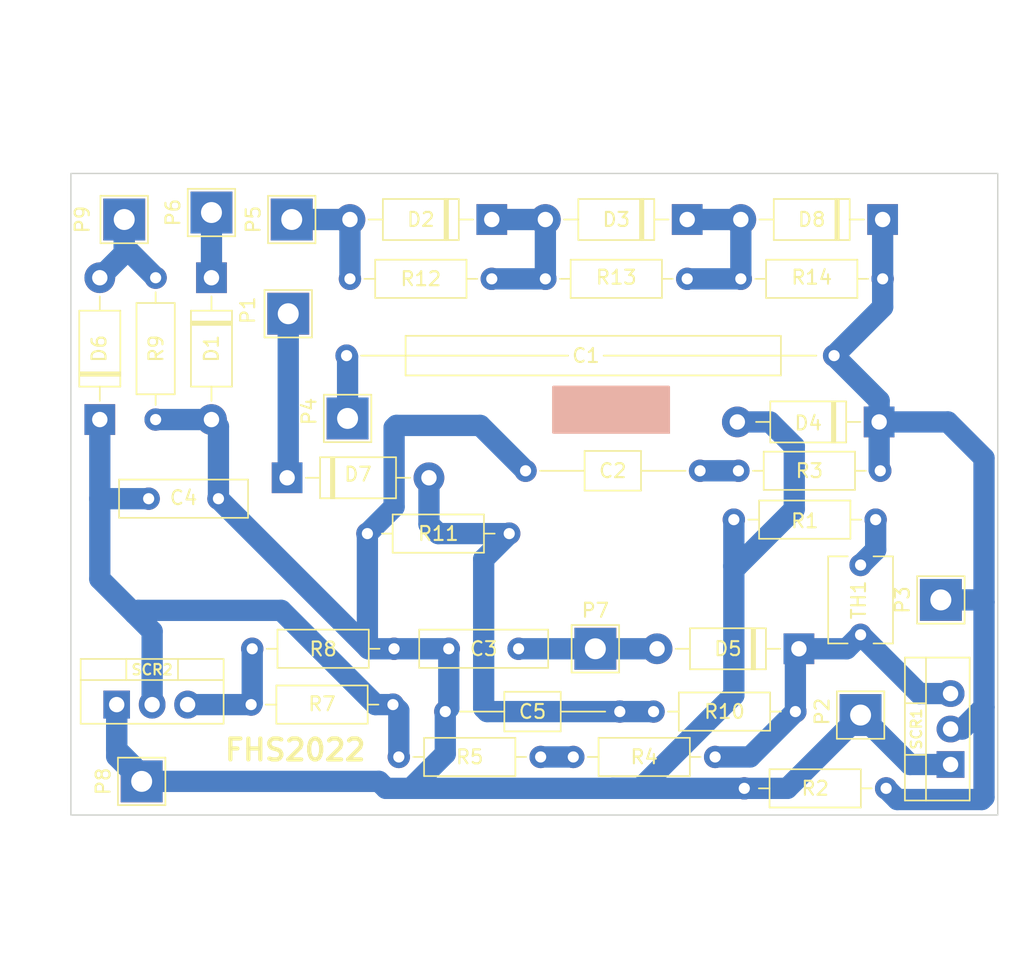
<source format=kicad_pcb>
(kicad_pcb (version 20211014) (generator pcbnew)
  (layers (0 "F.Cu" signal) (31 "B.Cu" signal) (34 "B.Paste" user) (35 "F.Paste" user) (36 "B.SilkS" user "B.Silkscreen") (37 "F.SilkS" user "F.Silkscreen") (38 "B.Mask" user) (39 "F.Mask" user) (44 "Edge.Cuts" user))
  (net 0 "")
  (net 1 "Net-(D3-Pad1)")
  (net 2 "Net-(C1-Pad1)")
  (net 3 "Net-(D5-Pad1)")
  (net 4 "Net-(D7-Pad1)")
  (net 5 "Net-(R1-Pad2)")
  (net 6 "Net-(C1-Pad2)")
  (net 7 "Net-(D1-Pad1)")
  (net 8 "Net-(C3-Pad1)")
  (net 9 "Net-(C3-Pad2)")
  (net 10 "Net-(C5-Pad1)")
  (net 11 "Net-(D6-Pad2)")
  (net 12 "Net-(R7-Pad2)")
  (net 13 "Net-(C4-Pad2)")
  (net 14 "Net-(R5-Pad1)")
  (net 15 "Net-(R13-Pad2)")
  (net 16 "Net-(R12-Pad1)")
  (net 17 "Net-(C2-Pad2)")
  (footprint "Resistor_THT:R_Axial_DIN0207_L6.3mm_D2.5mm_P10.16mm_Horizontal" (layer "F.Cu") (at 128.42 102.5)
    (fp_text reference "R11" (at 5.08 0) (layer "F.SilkS"))
    (fp_text value "470")
    (fp_line (start 9.12 0) (end 8.35 0) (layer "F.SilkS") (width 0.12))
    (fp_line (start 1.04 0) (end 1.81 0) (layer "F.SilkS") (width 0.12))
    (fp_line (start 1.81 -1.37) (end 1.81 1.37) (layer "F.SilkS") (width 0.12))
    (fp_line (start 8.35 -1.37) (end 1.81 -1.37) (layer "F.SilkS") (width 0.12))
    (fp_line (start 8.35 1.37) (end 8.35 -1.37) (layer "F.SilkS") (width 0.12))
    (fp_line (start 1.81 1.37) (end 8.35 1.37) (layer "F.SilkS") (width 0.12))
    (pad "1" thru_hole circle (at 0 0) (size 1.6 1.6) (drill 0.8) (layers *.Cu *.Mask) (net 9 "Net-(C3-Pad2)"))
    (pad "2" thru_hole oval (at 10.16 0) (size 1.6 1.6) (drill 0.8) (layers *.Cu *.Mask) (net 10 "Net-(C5-Pad1)"))
  )
  (footprint "MountingHole:MountingHole_2.2mm_M2" (layer "F.Cu") (at 116.5 130.25)
    (fp_text reference "H2" hide)
    (fp_text value "MountingHole")
    (pad "" np_thru_hole circle (at 0 0) (size 2.2 2.2) (drill 2.2) (layers *.Cu *.Mask))
  )
  (footprint "Resistor_THT:R_Axial_DIN0207_L6.3mm_D2.5mm_P10.16mm_Horizontal" (layer "F.Cu") (at 148.92 115.25)
    (fp_text reference "R10" (at 5.08 0) (layer "F.SilkS"))
    (fp_text value "560")
    (fp_line (start 8.35 -1.37) (end 1.81 -1.37) (layer "F.SilkS") (width 0.12))
    (fp_line (start 9.12 0) (end 8.35 0) (layer "F.SilkS") (width 0.12))
    (fp_line (start 1.81 -1.37) (end 1.81 1.37) (layer "F.SilkS") (width 0.12))
    (fp_line (start 1.04 0) (end 1.81 0) (layer "F.SilkS") (width 0.12))
    (fp_line (start 8.35 1.37) (end 8.35 -1.37) (layer "F.SilkS") (width 0.12))
    (fp_line (start 1.81 1.37) (end 8.35 1.37) (layer "F.SilkS") (width 0.12))
    (pad "1" thru_hole circle (at 0 0) (size 1.6 1.6) (drill 0.8) (layers *.Cu *.Mask) (net 10 "Net-(C5-Pad1)"))
    (pad "2" thru_hole oval (at 10.16 0) (size 1.6 1.6) (drill 0.8) (layers *.Cu *.Mask) (net 3 "Net-(D5-Pad1)"))
  )
  (footprint "TestPoint:TestPoint_THTPad_3.0x3.0mm_Drill1.5mm" (layer "F.Cu") (at 123 80)
    (fp_text reference "P5" (at -2.752 0 90) (layer "F.SilkS"))
    (fp_text value "Blue")
    (fp_line (start -1.7 1.7) (end -1.7 -1.7) (layer "F.SilkS") (width 0.12))
    (fp_line (start 1.7 -1.7) (end 1.7 1.7) (layer "F.SilkS") (width 0.12))
    (fp_line (start 1.7 1.7) (end -1.7 1.7) (layer "F.SilkS") (width 0.12))
    (fp_line (start -1.7 -1.7) (end 1.7 -1.7) (layer "F.SilkS") (width 0.12))
    (pad "1" thru_hole rect (at 0 0) (size 3 3) (drill 1.5) (layers *.Cu *.Mask) (net 16 "Net-(R12-Pad1)"))
  )
  (footprint "Diode_THT:D_DO-41_SOD81_P10.16mm_Horizontal" (layer "F.Cu") (at 117.25 84.17 -90)
    (fp_text reference "D1" (at 5.08 0 90) (layer "F.SilkS"))
    (fp_text value "1N4004")
    (fp_line (start 3.14 -1.47) (end 3.14 1.47) (layer "F.SilkS") (width 0.12))
    (fp_line (start 2.36 1.47) (end 7.8 1.47) (layer "F.SilkS") (width 0.12))
    (fp_line (start 3.38 -1.47) (end 3.38 1.47) (layer "F.SilkS") (width 0.12))
    (fp_line (start 7.8 -1.47) (end 2.36 -1.47) (layer "F.SilkS") (width 0.12))
    (fp_line (start 3.26 -1.47) (end 3.26 1.47) (layer "F.SilkS") (width 0.12))
    (fp_line (start 8.82 0) (end 7.8 0) (layer "F.SilkS") (width 0.12))
    (fp_line (start 2.36 -1.47) (end 2.36 1.47) (layer "F.SilkS") (width 0.12))
    (fp_line (start 1.34 0) (end 2.36 0) (layer "F.SilkS") (width 0.12))
    (fp_line (start 7.8 1.47) (end 7.8 -1.47) (layer "F.SilkS") (width 0.12))
    (pad "1" thru_hole rect (at 0 0 270) (size 2.2 2.2) (drill 1.1) (layers *.Cu *.Mask) (net 7 "Net-(D1-Pad1)"))
    (pad "2" thru_hole oval (at 10.16 0 270) (size 2.2 2.2) (drill 1.1) (layers *.Cu *.Mask) (net 9 "Net-(C3-Pad2)"))
  )
  (footprint "Resistor_THT:R_Axial_DIN0207_L6.3mm_D2.5mm_P10.16mm_Horizontal" (layer "F.Cu") (at 127.17 84.25)
    (fp_text reference "R12" (at 5.08 0) (layer "F.SilkS"))
    (fp_text value "1M")
    (fp_line (start 8.35 -1.37) (end 1.81 -1.37) (layer "F.SilkS") (width 0.12))
    (fp_line (start 1.81 -1.37) (end 1.81 1.37) (layer "F.SilkS") (width 0.12))
    (fp_line (start 1.04 0) (end 1.81 0) (layer "F.SilkS") (width 0.12))
    (fp_line (start 1.81 1.37) (end 8.35 1.37) (layer "F.SilkS") (width 0.12))
    (fp_line (start 8.35 1.37) (end 8.35 -1.37) (layer "F.SilkS") (width 0.12))
    (fp_line (start 9.12 0) (end 8.35 0) (layer "F.SilkS") (width 0.12))
    (pad "1" thru_hole circle (at 0 0) (size 1.6 1.6) (drill 0.8) (layers *.Cu *.Mask) (net 16 "Net-(R12-Pad1)"))
    (pad "2" thru_hole oval (at 10.16 0) (size 1.6 1.6) (drill 0.8) (layers *.Cu *.Mask) (net 15 "Net-(R13-Pad2)"))
  )
  (footprint "Diode_THT:D_DO-41_SOD81_P10.16mm_Horizontal" (layer "F.Cu") (at 109.25 94.33 90)
    (fp_text reference "D6" (at 5.08 -0.048 90) (layer "F.SilkS"))
    (fp_text value "1N4002")
    (fp_line (start 1.34 0) (end 2.36 0) (layer "F.SilkS") (width 0.12))
    (fp_line (start 3.38 -1.47) (end 3.38 1.47) (layer "F.SilkS") (width 0.12))
    (fp_line (start 7.8 1.47) (end 7.8 -1.47) (layer "F.SilkS") (width 0.12))
    (fp_line (start 2.36 1.47) (end 7.8 1.47) (layer "F.SilkS") (width 0.12))
    (fp_line (start 7.8 -1.47) (end 2.36 -1.47) (layer "F.SilkS") (width 0.12))
    (fp_line (start 8.82 0) (end 7.8 0) (layer "F.SilkS") (width 0.12))
    (fp_line (start 2.36 -1.47) (end 2.36 1.47) (layer "F.SilkS") (width 0.12))
    (fp_line (start 3.14 -1.47) (end 3.14 1.47) (layer "F.SilkS") (width 0.12))
    (fp_line (start 3.26 -1.47) (end 3.26 1.47) (layer "F.SilkS") (width 0.12))
    (pad "1" thru_hole rect (at 0 0 90) (size 2.2 2.2) (drill 1.1) (layers *.Cu *.Mask) (net 13 "Net-(C4-Pad2)"))
    (pad "2" thru_hole oval (at 10.16 0 90) (size 2.2 2.2) (drill 1.1) (layers *.Cu *.Mask) (net 11 "Net-(D6-Pad2)"))
  )
  (footprint "Resistor_THT:R_Axial_DIN0207_L6.3mm_D2.5mm_P10.16mm_Horizontal" (layer "F.Cu") (at 113.25 84.17 -90)
    (fp_text reference "R9" (at 5.08 -0.032 90) (layer "F.SilkS"))
    (fp_text value "1K")
    (fp_line (start 1.81 1.37) (end 8.35 1.37) (layer "F.SilkS") (width 0.12))
    (fp_line (start 9.12 0) (end 8.35 0) (layer "F.SilkS") (width 0.12))
    (fp_line (start 1.04 0) (end 1.81 0) (layer "F.SilkS") (width 0.12))
    (fp_line (start 1.81 -1.37) (end 1.81 1.37) (layer "F.SilkS") (width 0.12))
    (fp_line (start 8.35 -1.37) (end 1.81 -1.37) (layer "F.SilkS") (width 0.12))
    (fp_line (start 8.35 1.37) (end 8.35 -1.37) (layer "F.SilkS") (width 0.12))
    (pad "1" thru_hole circle (at 0 0 270) (size 1.6 1.6) (drill 0.8) (layers *.Cu *.Mask) (net 11 "Net-(D6-Pad2)"))
    (pad "2" thru_hole oval (at 10.16 0 270) (size 1.6 1.6) (drill 0.8) (layers *.Cu *.Mask) (net 9 "Net-(C3-Pad2)"))
  )
  (footprint "Capacitor_THT:C_Disc_D6.0mm_W4.4mm_P5.00mm" (layer "F.Cu") (at 163.75 104.75 -90)
    (fp_text reference "TH1" (at 2.5 0.14 90) (layer "F.SilkS"))
    (fp_text value "330ohm 3450K")
    (fp_line (start -0.62 -2.321) (end 5.62 -2.321) (layer "F.SilkS") (width 0.12))
    (fp_line (start -0.62 0.925) (end -0.62 2.321) (layer "F.SilkS") (width 0.12))
    (fp_line (start -0.62 -2.321) (end -0.62 -0.925) (layer "F.SilkS") (width 0.12))
    (fp_line (start -0.62 2.321) (end 5.62 2.321) (layer "F.SilkS") (width 0.12))
    (fp_line (start 5.62 -2.321) (end 5.62 -0.925) (layer "F.SilkS") (width 0.12))
    (fp_line (start 5.62 0.925) (end 5.62 2.321) (layer "F.SilkS") (width 0.12))
    (pad "1" thru_hole circle (at 0 0 270) (size 1.6 1.6) (drill 0.8) (layers *.Cu *.Mask) (net 5 "Net-(R1-Pad2)"))
    (pad "2" thru_hole circle (at 5 0 270) (size 1.6 1.6) (drill 0.8) (layers *.Cu *.Mask) (net 3 "Net-(D5-Pad1)"))
  )
  (footprint "MountingHole:MountingHole_2.2mm_M2" (layer "F.Cu") (at 145.5 66.75)
    (fp_text reference "H1" hide)
    (fp_text value "MountingHole")
    (pad "" np_thru_hole circle (at 0 0) (size 2.2 2.2) (drill 2.2) (layers *.Cu *.Mask))
  )
  (footprint "Package_TO_SOT_THT:TO-220-3_Vertical" (layer "F.Cu") (at 110.46 114.75)
    (fp_text reference "SCR2" (at 2.54 -2.5) (layer "F.SilkS") (effects (font (size 0.75 0.75))))
    (fp_text value "2P4M")
    (fp_line (start -2.58 -3.27) (end -2.58 1.371) (layer "F.SilkS") (width 0.12))
    (fp_line (start 4.391 -3.27) (end 4.391 -1.76) (layer "F.SilkS") (width 0.12))
    (fp_line (start -2.58 -1.76) (end 7.66 -1.76) (layer "F.SilkS") (width 0.12))
    (fp_line (start 7.66 -3.27) (end 7.66 1.371) (layer "F.SilkS") (width 0.12))
    (fp_line (start -2.58 1.371) (end 7.66 1.371) (layer "F.SilkS") (width 0.12))
    (fp_line (start 0.69 -3.27) (end 0.69 -1.76) (layer "F.SilkS") (width 0.12))
    (fp_line (start -2.58 -3.27) (end 7.66 -3.27) (layer "F.SilkS") (width 0.12))
    (pad "1" thru_hole rect (at 0 0) (size 1.905 2) (drill 1.1) (layers *.Cu *.Mask) (net 9 "Net-(C3-Pad2)"))
    (pad "2" thru_hole oval (at 2.54 0) (size 1.905 2) (drill 1.1) (layers *.Cu *.Mask) (net 13 "Net-(C4-Pad2)"))
    (pad "3" thru_hole oval (at 5.08 0) (size 1.905 2) (drill 1.1) (layers *.Cu *.Mask) (net 12 "Net-(R7-Pad2)"))
  )
  (footprint "TestPoint:TestPoint_THTPad_3.0x3.0mm_Drill1.5mm" (layer "F.Cu") (at 112.25 120.25)
    (fp_text reference "P8" (at -2.752 0 90) (layer "F.SilkS"))
    (fp_text value "Green Harness")
    (fp_line (start -1.7 -1.7) (end 1.7 -1.7) (layer "F.SilkS") (width 0.12))
    (fp_line (start 1.7 1.7) (end -1.7 1.7) (layer "F.SilkS") (width 0.12))
    (fp_line (start 1.7 -1.7) (end 1.7 1.7) (layer "F.SilkS") (width 0.12))
    (fp_line (start -1.7 1.7) (end -1.7 -1.7) (layer "F.SilkS") (width 0.12))
    (pad "1" thru_hole rect (at 0 0) (size 3 3) (drill 1.5) (layers *.Cu *.Mask) (net 9 "Net-(C3-Pad2)"))
  )
  (footprint "TestPoint:TestPoint_THTPad_3.0x3.0mm_Drill1.5mm" (layer "F.Cu") (at 117.25 79.5)
    (fp_text reference "P6" (at -2.752 0 90) (layer "F.SilkS"))
    (fp_text value "White")
    (fp_line (start 1.7 1.7) (end -1.7 1.7) (layer "F.SilkS") (width 0.12))
    (fp_line (start -1.7 -1.7) (end 1.7 -1.7) (layer "F.SilkS") (width 0.12))
    (fp_line (start -1.7 1.7) (end -1.7 -1.7) (layer "F.SilkS") (width 0.12))
    (fp_line (start 1.7 -1.7) (end 1.7 1.7) (layer "F.SilkS") (width 0.12))
    (pad "1" thru_hole rect (at 0 0) (size 3 3) (drill 1.5) (layers *.Cu *.Mask) (net 7 "Net-(D1-Pad1)"))
  )
  (footprint "MountingHole:MountingHole_2.2mm_M2" (layer "F.Cu") (at 157.5 67)
    (fp_text reference "H3" hide)
    (fp_text value "MountingHole")
    (pad "" np_thru_hole circle (at 0 0) (size 2.2 2.2) (drill 2.2) (layers *.Cu *.Mask))
  )
  (footprint "Diode_THT:D_DO-41_SOD81_P10.16mm_Horizontal" (layer "F.Cu") (at 122.67 98.5)
    (fp_text reference "D7" (at 5.08 -0.248) (layer "F.SilkS"))
    (fp_text value "1N4002")
    (fp_line (start 2.36 -1.47) (end 2.36 1.47) (layer "F.SilkS") (width 0.12))
    (fp_line (start 2.36 1.47) (end 7.8 1.47) (layer "F.SilkS") (width 0.12))
    (fp_line (start 3.38 -1.47) (end 3.38 1.47) (layer "F.SilkS") (width 0.12))
    (fp_line (start 7.8 -1.47) (end 2.36 -1.47) (layer "F.SilkS") (width 0.12))
    (fp_line (start 1.34 0) (end 2.36 0) (layer "F.SilkS") (width 0.12))
    (fp_line (start 8.82 0) (end 7.8 0) (layer "F.SilkS") (width 0.12))
    (fp_line (start 3.14 -1.47) (end 3.14 1.47) (layer "F.SilkS") (width 0.12))
    (fp_line (start 3.26 -1.47) (end 3.26 1.47) (layer "F.SilkS") (width 0.12))
    (fp_line (start 7.8 1.47) (end 7.8 -1.47) (layer "F.SilkS") (width 0.12))
    (pad "1" thru_hole rect (at 0 0) (size 2.2 2.2) (drill 1.1) (layers *.Cu *.Mask) (net 4 "Net-(D7-Pad1)"))
    (pad "2" thru_hole oval (at 10.16 0) (size 2.2 2.2) (drill 1.1) (layers *.Cu *.Mask) (net 10 "Net-(C5-Pad1)"))
  )
  (footprint "Diode_THT:D_DO-41_SOD81_P10.16mm_Horizontal" (layer "F.Cu") (at 165.08 94.5 180)
    (fp_text reference "D4" (at 5.08 -0.084) (layer "F.SilkS"))
    (fp_text value "1N4002")
    (fp_line (start 3.38 -1.47) (end 3.38 1.47) (layer "F.SilkS") (width 0.12))
    (fp_line (start 7.8 -1.47) (end 2.36 -1.47) (layer "F.SilkS") (width 0.12))
    (fp_line (start 3.26 -1.47) (end 3.26 1.47) (layer "F.SilkS") (width 0.12))
    (fp_line (start 3.14 -1.47) (end 3.14 1.47) (layer "F.SilkS") (width 0.12))
    (fp_line (start 8.82 0) (end 7.8 0) (layer "F.SilkS") (width 0.12))
    (fp_line (start 7.8 1.47) (end 7.8 -1.47) (layer "F.SilkS") (width 0.12))
    (fp_line (start 2.36 -1.47) (end 2.36 1.47) (layer "F.SilkS") (width 0.12))
    (fp_line (start 1.34 0) (end 2.36 0) (layer "F.SilkS") (width 0.12))
    (fp_line (start 2.36 1.47) (end 7.8 1.47) (layer "F.SilkS") (width 0.12))
    (pad "1" thru_hole rect (at 0 0 180) (size 2.2 2.2) (drill 1.1) (layers *.Cu *.Mask) (net 6 "Net-(C1-Pad2)"))
    (pad "2" thru_hole oval (at 10.16 0 180) (size 2.2 2.2) (drill 1.1) (layers *.Cu *.Mask) (net 9 "Net-(C3-Pad2)"))
  )
  (footprint "Capacitor_THT:C_Axial_L3.8mm_D2.6mm_P12.50mm_Horizontal" (layer "F.Cu") (at 146.5 115.25 180)
    (fp_text reference "C5" (at 6.25 0) (layer "F.SilkS"))
    (fp_text value "0.1uF 200V")
    (fp_line (start 11.46 0) (end 8.27 0) (layer "F.SilkS") (width 0.12))
    (fp_line (start 8.27 1.42) (end 8.27 -1.42) (layer "F.SilkS") (width 0.12))
    (fp_line (start 1.04 0) (end 4.23 0) (layer "F.SilkS") (width 0.12))
    (fp_line (start 4.23 1.42) (end 8.27 1.42) (layer "F.SilkS") (width 0.12))
    (fp_line (start 4.23 -1.42) (end 4.23 1.42) (layer "F.SilkS") (width 0.12))
    (fp_line (start 8.27 -1.42) (end 4.23 -1.42) (layer "F.SilkS") (width 0.12))
    (pad "1" thru_hole circle (at 0 0 180) (size 1.6 1.6) (drill 0.8) (layers *.Cu *.Mask) (net 10 "Net-(C5-Pad1)"))
    (pad "2" thru_hole oval (at 12.5 0 180) (size 1.6 1.6) (drill 0.8) (layers *.Cu *.Mask) (net 9 "Net-(C3-Pad2)"))
  )
  (footprint "Package_TO_SOT_THT:TO-220-3_Vertical" (layer "F.Cu") (at 170.195 119.04 90)
    (fp_text reference "SCR1" (at 2.54 -2.445 90) (layer "F.SilkS") (effects (font (size 0.75 0.75))))
    (fp_text value "5P4M")
    (fp_line (start -2.58 1.371) (end 7.66 1.371) (layer "F.SilkS") (width 0.12))
    (fp_line (start 7.66 -3.27) (end 7.66 1.371) (layer "F.SilkS") (width 0.12))
    (fp_line (start -2.58 -1.76) (end 7.66 -1.76) (layer "F.SilkS") (width 0.12))
    (fp_line (start -2.58 -3.27) (end -2.58 1.371) (layer "F.SilkS") (width 0.12))
    (fp_line (start -2.58 -3.27) (end 7.66 -3.27) (layer "F.SilkS") (width 0.12))
    (fp_line (start 0.69 -3.27) (end 0.69 -1.76) (layer "F.SilkS") (width 0.12))
    (fp_line (start 4.391 -3.27) (end 4.391 -1.76) (layer "F.SilkS") (width 0.12))
    (pad "1" thru_hole rect (at 0 0 90) (size 1.905 2) (drill 1.1) (layers *.Cu *.Mask) (net 9 "Net-(C3-Pad2)"))
    (pad "2" thru_hole oval (at 2.54 0 90) (size 1.905 2) (drill 1.1) (layers *.Cu *.Mask) (net 6 "Net-(C1-Pad2)"))
    (pad "3" thru_hole oval (at 5.08 0 90) (size 1.905 2) (drill 1.1) (layers *.Cu *.Mask) (net 3 "Net-(D5-Pad1)"))
  )
  (footprint "TestPoint:TestPoint_THTPad_3.0x3.0mm_Drill1.5mm" (layer "F.Cu") (at 144.75 110.75)
    (fp_text reference "P7" (at 0 -2.75 180) (layer "F.SilkS"))
    (fp_text value "Light Blue")
    (fp_line (start 1.7 -1.7) (end 1.7 1.7) (layer "F.SilkS") (width 0.12))
    (fp_line (start 1.7 1.7) (end -1.7 1.7) (layer "F.SilkS") (width 0.12))
    (fp_line (start -1.7 1.7) (end -1.7 -1.7) (layer "F.SilkS") (width 0.12))
    (fp_line (start -1.7 -1.7) (end 1.7 -1.7) (layer "F.SilkS") (width 0.12))
    (pad "1" thru_hole rect (at 0 0) (size 3 3) (drill 1.5) (layers *.Cu *.Mask) (net 8 "Net-(C3-Pad1)"))
  )
  (footprint "Resistor_THT:R_Axial_DIN0207_L6.3mm_D2.5mm_P10.16mm_Horizontal" (layer "F.Cu") (at 140.83 118.5 180)
    (fp_text reference "R5" (at 5.08 0) (layer "F.SilkS"))
    (fp_text value "1.8K")
    (fp_line (start 1.04 0) (end 1.81 0) (layer "F.SilkS") (width 0.12))
    (fp_line (start 8.35 1.37) (end 8.35 -1.37) (layer "F.SilkS") (width 0.12))
    (fp_line (start 8.35 -1.37) (end 1.81 -1.37) (layer "F.SilkS") (width 0.12))
    (fp_line (start 9.12 0) (end 8.35 0) (layer "F.SilkS") (width 0.12))
    (fp_line (start 1.81 -1.37) (end 1.81 1.37) (layer "F.SilkS") (width 0.12))
    (fp_line (start 1.81 1.37) (end 8.35 1.37) (layer "F.SilkS") (width 0.12))
    (pad "1" thru_hole circle (at 0 0 180) (size 1.6 1.6) (drill 0.8) (layers *.Cu *.Mask) (net 14 "Net-(R5-Pad1)"))
    (pad "2" thru_hole oval (at 10.16 0 180) (size 1.6 1.6) (drill 0.8) (layers *.Cu *.Mask) (net 13 "Net-(C4-Pad2)"))
  )
  (footprint "TestPoint:TestPoint_THTPad_3.0x3.0mm_Drill1.5mm" (layer "F.Cu") (at 122.75 86.75)
    (fp_text reference "P1" (at -2.896 -0.248 90) (layer "F.SilkS"))
    (fp_text value "Brown")
    (fp_line (start -1.7 -1.7) (end 1.7 -1.7) (layer "F.SilkS") (width 0.12))
    (fp_line (start -1.7 1.7) (end -1.7 -1.7) (layer "F.SilkS") (width 0.12))
    (fp_line (start 1.7 1.7) (end -1.7 1.7) (layer "F.SilkS") (width 0.12))
    (fp_line (start 1.7 -1.7) (end 1.7 1.7) (layer "F.SilkS") (width 0.12))
    (pad "1" thru_hole rect (at 0 0) (size 3 3) (drill 1.5) (layers *.Cu *.Mask) (net 4 "Net-(D7-Pad1)"))
  )
  (footprint "Diode_THT:D_DO-41_SOD81_P10.16mm_Horizontal" (layer "F.Cu") (at 151.33 80 180)
    (fp_text reference "D3" (at 5.08 0) (layer "F.SilkS"))
    (fp_text value "1N4004")
    (fp_line (start 2.36 -1.47) (end 2.36 1.47) (layer "F.SilkS") (width 0.12))
    (fp_line (start 2.36 1.47) (end 7.8 1.47) (layer "F.SilkS") (width 0.12))
    (fp_line (start 8.82 0) (end 7.8 0) (layer "F.SilkS") (width 0.12))
    (fp_line (start 3.26 -1.47) (end 3.26 1.47) (layer "F.SilkS") (width 0.12))
    (fp_line (start 3.38 -1.47) (end 3.38 1.47) (layer "F.SilkS") (width 0.12))
    (fp_line (start 7.8 1.47) (end 7.8 -1.47) (layer "F.SilkS") (width 0.12))
    (fp_line (start 7.8 -1.47) (end 2.36 -1.47) (layer "F.SilkS") (width 0.12))
    (fp_line (start 3.14 -1.47) (end 3.14 1.47) (layer "F.SilkS") (width 0.12))
    (fp_line (start 1.34 0) (end 2.36 0) (layer "F.SilkS") (width 0.12))
    (pad "1" thru_hole rect (at 0 0 180) (size 2.2 2.2) (drill 1.1) (layers *.Cu *.Mask) (net 1 "Net-(D3-Pad1)"))
    (pad "2" thru_hole oval (at 10.16 0 180) (size 2.2 2.2) (drill 1.1) (layers *.Cu *.Mask) (net 15 "Net-(R13-Pad2)"))
  )
  (footprint "TestPoint:TestPoint_THTPad_3.0x3.0mm_Drill1.5mm" (layer "F.Cu") (at 127 94.25)
    (fp_text reference "P4" (at -2.752 -0.5 90) (layer "F.SilkS"))
    (fp_text value "Yellow Coil")
    (fp_line (start 1.7 1.7) (end -1.7 1.7) (layer "F.SilkS") (width 0.12))
    (fp_line (start -1.7 -1.7) (end 1.7 -1.7) (layer "F.SilkS") (width 0.12))
    (fp_line (start 1.7 -1.7) (end 1.7 1.7) (layer "F.SilkS") (width 0.12))
    (fp_line (start -1.7 1.7) (end -1.7 -1.7) (layer "F.SilkS") (width 0.12))
    (pad "1" thru_hole rect (at 0 0) (size 3 3) (drill 1.5) (layers *.Cu *.Mask) (net 2 "Net-(C1-Pad1)"))
  )
  (footprint "Resistor_THT:R_Axial_DIN0207_L6.3mm_D2.5mm_P10.16mm_Horizontal" (layer "F.Cu") (at 151.33 84.25 180)
    (fp_text reference "R13" (at 5.08 0.108) (layer "F.SilkS"))
    (fp_text value "1M")
    (fp_line (start 1.04 0) (end 1.81 0) (layer "F.SilkS") (width 0.12))
    (fp_line (start 9.12 0) (end 8.35 0) (layer "F.SilkS") (width 0.12))
    (fp_line (start 1.81 -1.37) (end 1.81 1.37) (layer "F.SilkS") (width 0.12))
    (fp_line (start 8.35 -1.37) (end 1.81 -1.37) (layer "F.SilkS") (width 0.12))
    (fp_line (start 8.35 1.37) (end 8.35 -1.37) (layer "F.SilkS") (width 0.12))
    (fp_line (start 1.81 1.37) (end 8.35 1.37) (layer "F.SilkS") (width 0.12))
    (pad "1" thru_hole circle (at 0 0 180) (size 1.6 1.6) (drill 0.8) (layers *.Cu *.Mask) (net 1 "Net-(D3-Pad1)"))
    (pad "2" thru_hole oval (at 10.16 0 180) (size 1.6 1.6) (drill 0.8) (layers *.Cu *.Mask) (net 15 "Net-(R13-Pad2)"))
  )
  (footprint "TestPoint:TestPoint_THTPad_3.0x3.0mm_Drill1.5mm" (layer "F.Cu") (at 111 80)
    (fp_text reference "P9" (at -3 0 90) (layer "F.SilkS"))
    (fp_text value "Pink")
    (fp_line (start -1.7 -1.7) (end 1.7 -1.7) (layer "F.SilkS") (width 0.12))
    (fp_line (start 1.7 -1.7) (end 1.7 1.7) (layer "F.SilkS") (width 0.12))
    (fp_line (start 1.7 1.7) (end -1.7 1.7) (layer "F.SilkS") (width 0.12))
    (fp_line (start -1.7 1.7) (end -1.7 -1.7) (layer "F.SilkS") (width 0.12))
    (pad "1" thru_hole rect (at 0 0) (size 3 3) (drill 1.5) (layers *.Cu *.Mask) (net 11 "Net-(D6-Pad2)"))
  )
  (footprint "Capacitor_THT:C_Disc_D9.0mm_W2.5mm_P5.00mm" (layer "F.Cu") (at 139.25 110.75 180)
    (fp_text reference "C3" (at 2.5 0) (layer "F.SilkS"))
    (fp_text value "0.047uF 400V")
    (fp_line (start -2.12 -1.37) (end 7.12 -1.37) (layer "F.SilkS") (width 0.12))
    (fp_line (start -2.12 1.37) (end 7.12 1.37) (layer "F.SilkS") (width 0.12))
    (fp_line (start -2.12 -1.37) (end -2.12 1.37) (layer "F.SilkS") (width 0.12))
    (fp_line (start 7.12 -1.37) (end 7.12 1.37) (layer "F.SilkS") (width 0.12))
    (pad "1" thru_hole circle (at 0 0 180) (size 1.6 1.6) (drill 0.8) (layers *.Cu *.Mask) (net 8 "Net-(C3-Pad1)"))
    (pad "2" thru_hole circle (at 5 0 180) (size 1.6 1.6) (drill 0.8) (layers *.Cu *.Mask) (net 9 "Net-(C3-Pad2)"))
  )
  (footprint "Capacitor_THT:C_Axial_L3.8mm_D2.6mm_P12.50mm_Horizontal" (layer "F.Cu") (at 126.9275 89.75)
    (fp_text reference "C1" (at 17.145 0) (layer "F.SilkS"))
    (fp_text value "2.2uF 400V")
    (fp_line (start 31.115 1.42) (end 31.115 -1.42) (layer "F.SilkS") (width 0.12))
    (fp_line (start 4.23 1.42) (end 31.115 1.42) (layer "F.SilkS") (width 0.12))
    (fp_line (start 15.875 0) (end 4.23 0) (layer "F.SilkS") (width 0.12))
    (fp_line (start 33.655 0) (end 18.415 0) (layer "F.SilkS") (width 0.12))
    (fp_line (start 4.23 -1.42) (end 4.23 1.42) (layer "F.SilkS") (width 0.12))
    (fp_line (start 31.115 -1.42) (end 4.23 -1.42) (layer "F.SilkS") (width 0.12))
    (fp_line (start 1.04 0) (end 4.23 0) (layer "F.SilkS") (width 0.12))
    (pad "1" thru_hole circle (at 0 0) (size 1.6 1.6) (drill 0.8) (layers *.Cu *.Mask) (net 2 "Net-(C1-Pad1)"))
    (pad "2" thru_hole oval (at 34.925 0) (size 1.6 1.6) (drill 0.8) (layers *.Cu *.Mask) (net 6 "Net-(C1-Pad2)"))
  )
  (footprint "Resistor_THT:R_Axial_DIN0207_L6.3mm_D2.5mm_P10.16mm_Horizontal" (layer "F.Cu") (at 130.25 114.75 180)
    (fp_text reference "R7" (at 5.08 0.048) (layer "F.SilkS"))
    (fp_text value "68K")
    (fp_line (start 1.04 0) (end 1.81 0) (layer "F.SilkS") (width 0.12))
    (fp_line (start 1.81 1.37) (end 8.35 1.37) (layer "F.SilkS") (width 0.12))
    (fp_line (start 9.12 0) (end 8.35 0) (layer "F.SilkS") (width 0.12))
    (fp_line (start 8.35 1.37) (end 8.35 -1.37) (layer "F.SilkS") (width 0.12))
    (fp_line (start 8.35 -1.37) (end 1.81 -1.37) (layer "F.SilkS") (width 0.12))
    (fp_line (start 1.81 -1.37) (end 1.81 1.37) (layer "F.SilkS") (width 0.12))
    (pad "1" thru_hole circle (at 0 0 180) (size 1.6 1.6) (drill 0.8) (layers *.Cu *.Mask) (net 13 "Net-(C4-Pad2)"))
    (pad "2" thru_hole oval (at 10.16 0 180) (size 1.6 1.6) (drill 0.8) (layers *.Cu *.Mask) (net 12 "Net-(R7-Pad2)"))
  )
  (footprint "Diode_THT:D_DO-41_SOD81_P10.16mm_Horizontal" (layer "F.Cu") (at 159.33 110.75 180)
    (fp_text reference "D5" (at 5.08 0) (layer "F.SilkS"))
    (fp_text value "1N4002")
    (fp_line (start 7.8 1.47) (end 7.8 -1.47) (layer "F.SilkS") (width 0.12))
    (fp_line (start 8.82 0) (end 7.8 0) (layer "F.SilkS") (width 0.12))
    (fp_line (start 7.8 -1.47) (end 2.36 -1.47) (layer "F.SilkS") (width 0.12))
    (fp_line (start 1.34 0) (end 2.36 0) (layer "F.SilkS") (width 0.12))
    (fp_line (start 3.14 -1.47) (end 3.14 1.47) (layer "F.SilkS") (width 0.12))
    (fp_line (start 2.36 -1.47) (end 2.36 1.47) (layer "F.SilkS") (width 0.12))
    (fp_line (start 3.26 -1.47) (end 3.26 1.47) (layer "F.SilkS") (width 0.12))
    (fp_line (start 2.36 1.47) (end 7.8 1.47) (layer "F.SilkS") (width 0.12))
    (fp_line (start 3.38 -1.47) (end 3.38 1.47) (layer "F.SilkS") (width 0.12))
    (pad "1" thru_hole rect (at 0 0 180) (size 2.2 2.2) (drill 1.1) (layers *.Cu *.Mask) (net 3 "Net-(D5-Pad1)"))
    (pad "2" thru_hole oval (at 10.16 0 180) (size 2.2 2.2) (drill 1.1) (layers *.Cu *.Mask) (net 8 "Net-(C3-Pad1)"))
  )
  (footprint "Resistor_THT:R_Axial_DIN0207_L6.3mm_D2.5mm_P10.16mm_Horizontal" (layer "F.Cu") (at 130.33 110.75 180)
    (fp_text reference "R8" (at 5.08 -0.024) (layer "F.SilkS"))
    (fp_text value "1K")
    (fp_line (start 8.35 1.37) (end 8.35 -1.37) (layer "F.SilkS") (width 0.12))
    (fp_line (start 8.35 -1.37) (end 1.81 -1.37) (layer "F.SilkS") (width 0.12))
    (fp_line (start 1.81 -1.37) (end 1.81 1.37) (layer "F.SilkS") (width 0.12))
    (fp_line (start 1.81 1.37) (end 8.35 1.37) (layer "F.SilkS") (width 0.12))
    (fp_line (start 9.12 0) (end 8.35 0) (layer "F.SilkS") (width 0.12))
    (fp_line (start 1.04 0) (end 1.81 0) (layer "F.SilkS") (width 0.12))
    (pad "1" thru_hole circle (at 0 0 180) (size 1.6 1.6) (drill 0.8) (layers *.Cu *.Mask) (net 9 "Net-(C3-Pad2)"))
    (pad "2" thru_hole oval (at 10.16 0 180) (size 1.6 1.6) (drill 0.8) (layers *.Cu *.Mask) (net 12 "Net-(R7-Pad2)"))
  )
  (footprint "Resistor_THT:R_Axial_DIN0207_L6.3mm_D2.5mm_P10.16mm_Horizontal" (layer "F.Cu") (at 155 98)
    (fp_text reference "R3" (at 5.08 0) (layer "F.SilkS"))
    (fp_text value "R_US")
    (fp_line (start 8.35 1.37) (end 8.35 -1.37) (layer "F.SilkS") (width 0.12))
    (fp_line (start 1.81 -1.37) (end 1.81 1.37) (layer "F.SilkS") (width 0.12))
    (fp_line (start 1.04 0) (end 1.81 0) (layer "F.SilkS") (width 0.12))
    (fp_line (start 9.12 0) (end 8.35 0) (layer "F.SilkS") (width 0.12))
    (fp_line (start 8.35 -1.37) (end 1.81 -1.37) (layer "F.SilkS") (width 0.12))
    (fp_line (start 1.81 1.37) (end 8.35 1.37) (layer "F.SilkS") (width 0.12))
    (pad "1" thru_hole circle (at 0 0) (size 1.6 1.6) (drill 0.8) (layers *.Cu *.Mask) (net 17 "Net-(C2-Pad2)"))
    (pad "2" thru_hole oval (at 10.16 0) (size 1.6 1.6) (drill 0.8) (layers *.Cu *.Mask) (net 6 "Net-(C1-Pad2)"))
  )
  (footprint "Diode_THT:D_DO-41_SOD81_P10.16mm_Horizontal" (layer "F.Cu") (at 165.33 80 180)
    (fp_text reference "D8" (at 5.08 0) (layer "F.SilkS"))
    (fp_text value "1N4004")
    (fp_line (start 3.26 -1.47) (end 3.26 1.47) (layer "F.SilkS") (width 0.12))
    (fp_line (start 3.14 -1.47) (end 3.14 1.47) (layer "F.SilkS") (width 0.12))
    (fp_line (start 7.8 1.47) (end 7.8 -1.47) (layer "F.SilkS") (width 0.12))
    (fp_line (start 3.38 -1.47) (end 3.38 1.47) (layer "F.SilkS") (width 0.12))
    (fp_line (start 7.8 -1.47) (end 2.36 -1.47) (layer "F.SilkS") (width 0.12))
    (fp_line (start 2.36 -1.47) (end 2.36 1.47) (layer "F.SilkS") (width 0.12))
    (fp_line (start 2.36 1.47) (end 7.8 1.47) (layer "F.SilkS") (width 0.12))
    (fp_line (start 8.82 0) (end 7.8 0) (layer "F.SilkS") (width 0.12))
    (fp_line (start 1.34 0) (end 2.36 0) (layer "F.SilkS") (width 0.12))
    (pad "1" thru_hole rect (at 0 0 180) (size 2.2 2.2) (drill 1.1) (layers *.Cu *.Mask) (net 6 "Net-(C1-Pad2)"))
    (pad "2" thru_hole oval (at 10.16 0 180) (size 2.2 2.2) (drill 1.1) (layers *.Cu *.Mask) (net 1 "Net-(D3-Pad1)"))
  )
  (footprint "Resistor_THT:R_Axial_DIN0207_L6.3mm_D2.5mm_P10.16mm_Horizontal" (layer "F.Cu") (at 143.17 118.5)
    (fp_text reference "R4" (at 5.08 0) (layer "F.SilkS"))
    (fp_text value "2.7K")
    (fp_line (start 1.81 1.37) (end 8.35 1.37) (layer "F.SilkS") (width 0.12))
    (fp_line (start 9.12 0) (end 8.35 0) (layer "F.SilkS") (width 0.12))
    (fp_line (start 1.81 -1.37) (end 1.81 1.37) (layer "F.SilkS") (width 0.12))
    (fp_line (start 8.35 1.37) (end 8.35 -1.37) (layer "F.SilkS") (width 0.12))
    (fp_line (start 1.04 0) (end 1.81 0) (layer "F.SilkS") (width 0.12))
    (fp_line (start 8.35 -1.37) (end 1.81 -1.37) (layer "F.SilkS") (width 0.12))
    (pad "1" thru_hole circle (at 0 0) (size 1.6 1.6) (drill 0.8) (layers *.Cu *.Mask) (net 14 "Net-(R5-Pad1)"))
    (pad "2" thru_hole oval (at 10.16 0) (size 1.6 1.6) (drill 0.8) (layers *.Cu *.Mask) (net 3 "Net-(D5-Pad1)"))
  )
  (footprint "Capacitor_THT:C_Disc_D9.0mm_W2.5mm_P5.00mm" (layer "F.Cu") (at 117.75 100 180)
    (fp_text reference "C4" (at 2.5 0.068) (layer "F.SilkS"))
    (fp_text value "0.1uF 50V")
    (fp_line (start -2.12 1.37) (end 7.12 1.37) (layer "F.SilkS") (width 0.12))
    (fp_line (start -2.12 -1.37) (end 7.12 -1.37) (layer "F.SilkS") (width 0.12))
    (fp_line (start -2.12 -1.37) (end -2.12 1.37) (layer "F.SilkS") (width 0.12))
    (fp_line (start 7.12 -1.37) (end 7.12 1.37) (layer "F.SilkS") (width 0.12))
    (pad "1" thru_hole circle (at 0 0 180) (size 1.6 1.6) (drill 0.8) (layers *.Cu *.Mask) (net 9 "Net-(C3-Pad2)"))
    (pad "2" thru_hole circle (at 5 0 180) (size 1.6 1.6) (drill 0.8) (layers *.Cu *.Mask) (net 13 "Net-(C4-Pad2)"))
  )
  (footprint "TestPoint:TestPoint_THTPad_3.0x3.0mm_Drill1.5mm" (layer "F.Cu") (at 169.5 107.25)
    (fp_text reference "P3" (at -2.752 0 90) (layer "F.SilkS"))
    (fp_text value "Black w/ White")
    (fp_line (start -1.7 1.7) (end -1.7 -1.7) (layer "F.SilkS") (width 0.12))
    (fp_line (start -1.7 -1.7) (end 1.7 -1.7) (layer "F.SilkS") (width 0.12))
    (fp_line (start 1.7 1.7) (end -1.7 1.7) (layer "F.SilkS") (width 0.12))
    (fp_line (start 1.7 -1.7) (end 1.7 1.7) (layer "F.SilkS") (width 0.12))
    (pad "1" thru_hole rect (at 0 0) (size 3 3) (drill 1.5) (layers *.Cu *.Mask) (net 6 "Net-(C1-Pad2)"))
  )
  (footprint "Capacitor_THT:C_Axial_L3.8mm_D2.6mm_P12.50mm_Horizontal" (layer "F.Cu") (at 139.75 98)
    (fp_text reference "C2" (at 6.25 0) (layer "F.SilkS"))
    (fp_text value "0.047uF 400V")
    (fp_line (start 8.27 1.42) (end 8.27 -1.42) (layer "F.SilkS") (width 0.12))
    (fp_line (start 1.04 0) (end 4.23 0) (layer "F.SilkS") (width 0.12))
    (fp_line (start 8.27 -1.42) (end 4.23 -1.42) (layer "F.SilkS") (width 0.12))
    (fp_line (start 11.46 0) (end 8.27 0) (layer "F.SilkS") (width 0.12))
    (fp_line (start 4.23 -1.42) (end 4.23 1.42) (layer "F.SilkS") (width 0.12))
    (fp_line (start 4.23 1.42) (end 8.27 1.42) (layer "F.SilkS") (width 0.12))
    (pad "1" thru_hole circle (at 0 0) (size 1.6 1.6) (drill 0.8) (layers *.Cu *.Mask) (net 9 "Net-(C3-Pad2)"))
    (pad "2" thru_hole oval (at 12.5 0) (size 1.6 1.6) (drill 0.8) (layers *.Cu *.Mask) (net 17 "Net-(C2-Pad2)"))
  )
  (footprint "Resistor_THT:R_Axial_DIN0207_L6.3mm_D2.5mm_P10.16mm_Horizontal" (layer "F.Cu") (at 154.67 101.5)
    (fp_text reference "R1" (at 5.08 0.092) (layer "F.SilkS"))
    (fp_text value "82")
    (fp_line (start 9.12 0) (end 8.35 0) (layer "F.SilkS") (width 0.12))
    (fp_line (start 1.81 -1.37) (end 1.81 1.37) (layer "F.SilkS") (width 0.12))
    (fp_line (start 1.81 1.37) (end 8.35 1.37) (layer "F.SilkS") (width 0.12))
    (fp_line (start 8.35 1.37) (end 8.35 -1.37) (layer "F.SilkS") (width 0.12))
    (fp_line (start 1.04 0) (end 1.81 0) (layer "F.SilkS") (width 0.12))
    (fp_line (start 8.35 -1.37) (end 1.81 -1.37) (layer "F.SilkS") (width 0.12))
    (pad "1" thru_hole circle (at 0 0) (size 1.6 1.6) (drill 0.8) (layers *.Cu *.Mask) (net 9 "Net-(C3-Pad2)"))
    (pad "2" thru_hole oval (at 10.16 0) (size 1.6 1.6) (drill 0.8) (layers *.Cu *.Mask) (net 5 "Net-(R1-Pad2)"))
  )
  (footprint "MountingHole:MountingHole_2.2mm_M2" (layer "F.Cu") (at 107.25 69.5)
    (fp_text reference "H4" hide)
    (fp_text value "MountingHole")
    (pad "" np_thru_hole circle (at 0 0) (size 2.2 2.2) (drill 2.2) (layers *.Cu *.Mask))
  )
  (footprint "Resistor_THT:R_Axial_DIN0207_L6.3mm_D2.5mm_P10.16mm_Horizontal" (layer "F.Cu") (at 165.58 120.75 180)
    (fp_text reference "R2" (at 5.08 0) (layer "F.SilkS"))
    (fp_text value "R_US")
    (fp_line (start 1.81 -1.37) (end 1.81 1.37) (layer "F.SilkS") (width 0.12))
    (fp_line (start 8.35 1.37) (end 8.35 -1.37) (layer "F.SilkS") (width 0.12))
    (fp_line (start 1.04 0) (end 1.81 0) (layer "F.SilkS") (width 0.12))
    (fp_line (start 1.81 1.37) (end 8.35 1.37) (layer "F.SilkS") (width 0.12))
    (fp_line (start 9.12 0) (end 8.35 0) (layer "F.SilkS") (width 0.12))
    (fp_line (start 8.35 -1.37) (end 1.81 -1.37) (layer "F.SilkS") (width 0.12))
    (pad "1" thru_hole circle (at 0 0 180) (size 1.6 1.6) (drill 0.8) (layers *.Cu *.Mask) (net 6 "Net-(C1-Pad2)"))
    (pad "2" thru_hole oval (at 10.16 0 180) (size 1.6 1.6) (drill 0.8) (layers *.Cu *.Mask) (net 9 "Net-(C3-Pad2)"))
  )
  (footprint "Diode_THT:D_DO-41_SOD81_P10.16mm_Horizontal" (layer "F.Cu") (at 137.33 80 180)
    (fp_text reference "D2" (at 5.08 0) (layer "F.SilkS"))
    (fp_text value "1N4004")
    (fp_line (start 7.8 1.47) (end 7.8 -1.47) (layer "F.SilkS") (width 0.12))
    (fp_line (start 3.38 -1.47) (end 3.38 1.47) (layer "F.SilkS") (width 0.12))
    (fp_line (start 2.36 -1.47) (end 2.36 1.47) (layer "F.SilkS") (width 0.12))
    (fp_line (start 2.36 1.47) (end 7.8 1.47) (layer "F.SilkS") (width 0.12))
    (fp_line (start 3.14 -1.47) (end 3.14 1.47) (layer "F.SilkS") (width 0.12))
    (fp_line (start 8.82 0) (end 7.8 0) (layer "F.SilkS") (width 0.12))
    (fp_line (start 3.26 -1.47) (end 3.26 1.47) (layer "F.SilkS") (width 0.12))
    (fp_line (start 1.34 0) (end 2.36 0) (layer "F.SilkS") (width 0.12))
    (fp_line (start 7.8 -1.47) (end 2.36 -1.47) (layer "F.SilkS") (width 0.12))
    (pad "1" thru_hole rect (at 0 0 180) (size 2.2 2.2) (drill 1.1) (layers *.Cu *.Mask) (net 15 "Net-(R13-Pad2)"))
    (pad "2" thru_hole oval (at 10.16 0 180) (size 2.2 2.2) (drill 1.1) (layers *.Cu *.Mask) (net 16 "Net-(R12-Pad1)"))
  )
  (footprint "Resistor_THT:R_Axial_DIN0207_L6.3mm_D2.5mm_P10.16mm_Horizontal" (layer "F.Cu") (at 165.33 84.25 180)
    (fp_text reference "R14" (at 5.08 0.108) (layer "F.SilkS"))
    (fp_text value "1M")
    (fp_line (start 8.35 1.37) (end 8.35 -1.37) (layer "F.SilkS") (width 0.12))
    (fp_line (start 8.35 -1.37) (end 1.81 -1.37) (layer "F.SilkS") (width 0.12))
    (fp_line (start 1.04 0) (end 1.81 0) (layer "F.SilkS") (width 0.12))
    (fp_line (start 1.81 -1.37) (end 1.81 1.37) (layer "F.SilkS") (width 0.12))
    (fp_line (start 1.81 1.37) (end 8.35 1.37) (layer "F.SilkS") (width 0.12))
    (fp_line (start 9.12 0) (end 8.35 0) (layer "F.SilkS") (width 0.12))
    (pad "1" thru_hole circle (at 0 0 180) (size 1.6 1.6) (drill 0.8) (layers *.Cu *.Mask) (net 6 "Net-(C1-Pad2)"))
    (pad "2" thru_hole oval (at 10.16 0 180) (size 1.6 1.6) (drill 0.8) (layers *.Cu *.Mask) (net 1 "Net-(D3-Pad1)"))
  )
  (footprint "TestPoint:TestPoint_THTPad_3.0x3.0mm_Drill1.5mm" (layer "F.Cu") (at 163.75 115.5)
    (fp_text reference "P2" (at -2.752 -0.248 90) (layer "F.SilkS"))
    (fp_text value "Green Coil")
    (fp_line (start -1.7 1.7) (end -1.7 -1.7) (layer "F.SilkS") (width 0.12))
    (fp_line (start 1.7 1.7) (end -1.7 1.7) (layer "F.SilkS") (width 0.12))
    (fp_line (start -1.7 -1.7) (end 1.7 -1.7) (layer "F.SilkS") (width 0.12))
    (fp_line (start 1.7 -1.7) (end 1.7 1.7) (layer "F.SilkS") (width 0.12))
    (pad "1" thru_hole rect (at 0 0) (size 3 3) (drill 1.5) (layers *.Cu *.Mask) (net 9 "Net-(C3-Pad2)"))
  )
  (gr_poly (pts (xy 150 95.25) (xy 141.75 95.25) (xy 141.75 92) (xy 150 92)) (layer "B.SilkS") (width 0.2) (fill solid))
  (gr_poly (pts (xy 173.576 122.66) (xy 107.18 122.66) (xy 107.18 76.7) (xy 173.576 76.7)) (layer "Edge.Cuts") (width 0.1) (fill none))
  (gr_text "FHS2022" (at 123.25 118) (layer "F.SilkS") (effects (font (size 1.5 1.5) (thickness 0.3))))
  (segment (start 155.17 84.25) (end 151.33 84.25) (width 1.524) (layer "B.Cu") (net 1))
  (segment (start 155.17 80) (end 155.17 84.25) (width 1.524) (layer "B.Cu") (net 1))
  (segment (start 155.17 80) (end 151.33 80) (width 1.524) (layer "B.Cu") (net 1))
  (segment (start 127 89.8225) (end 126.9275 89.75) (width 1.524) (layer "B.Cu") (net 2))
  (segment (start 127 94.25) (end 127 89.8225) (width 1.524) (layer "B.Cu") (net 2))
  (segment (start 162.75 110.75) (end 163.75 109.75) (width 1.524) (layer "B.Cu") (net 3))
  (segment (start 155.83 118.5) (end 159.08 115.25) (width 1.524) (layer "B.Cu") (net 3))
  (segment (start 159.08 115.25) (end 159.08 111) (width 1.524) (layer "B.Cu") (net 3))
  (segment (start 159.08 111) (end 159.33 110.75) (width 1.524) (layer "B.Cu") (net 3))
  (segment (start 170.195 113.96) (end 167.96 113.96) (width 1.524) (layer "B.Cu") (net 3))
  (segment (start 153.33 118.5) (end 155.83 118.5) (width 1.524) (layer "B.Cu") (net 3))
  (segment (start 167.96 113.96) (end 163.75 109.75) (width 1.524) (layer "B.Cu") (net 3))
  (segment (start 159.33 110.75) (end 162.75 110.75) (width 1.524) (layer "B.Cu") (net 3))
  (segment (start 122.75 86.75) (end 122.75 98.42) (width 1.524) (layer "B.Cu") (net 4))
  (segment (start 122.75 98.42) (end 122.67 98.5) (width 1.524) (layer "B.Cu") (net 4))
  (segment (start 164.83 103.67) (end 163.75 104.75) (width 1.524) (layer "B.Cu") (net 5))
  (segment (start 164.83 101.5) (end 164.83 103.67) (width 1.524) (layer "B.Cu") (net 5))
  (segment (start 165.08 92.9775) (end 161.8525 89.75) (width 1.524) (layer "B.Cu") (net 6))
  (segment (start 165.08 94.5) (end 165.08 92.9775) (width 1.524) (layer "B.Cu") (net 6))
  (segment (start 165.33 86.2725) (end 161.8525 89.75) (width 1.524) (layer "B.Cu") (net 6))
  (segment (start 172.430523 121.549999) (end 172.59152 121.389002) (width 1.524) (layer "B.Cu") (net 6))
  (segment (start 172.43304 107.25) (end 172.59152 107.40848) (width 1.524) (layer "B.Cu") (net 6))
  (segment (start 170.195 116.5) (end 171.024515 116.5) (width 1.524) (layer "B.Cu") (net 6))
  (segment (start 165.175 94.405) (end 165.08 94.5) (width 1.524) (layer "B.Cu") (net 6))
  (segment (start 172.59152 114.932995) (end 172.59152 107.40848) (width 1.524) (layer "B.Cu") (net 6))
  (segment (start 169.5 107.25) (end 172.43304 107.25) (width 1.524) (layer "B.Cu") (net 6))
  (segment (start 172.59152 97.09152) (end 170 94.5) (width 1.524) (layer "B.Cu") (net 6))
  (segment (start 172.59152 121.389002) (end 172.59152 114.932995) (width 1.524) (layer "B.Cu") (net 6))
  (segment (start 170 94.5) (end 165.08 94.5) (width 1.524) (layer "B.Cu") (net 6))
  (segment (start 165.33 84.25) (end 165.33 86.2725) (width 1.524) (layer "B.Cu") (net 6))
  (segment (start 165.08 94.5) (end 165.08 97.92) (width 1.524) (layer "B.Cu") (net 6))
  (segment (start 165.58 120.75) (end 166.379999 121.549999) (width 1.524) (layer "B.Cu") (net 6))
  (segment (start 166.379999 121.549999) (end 172.430523 121.549999) (width 1.524) (layer "B.Cu") (net 6))
  (segment (start 171.024515 116.5) (end 172.59152 114.932995) (width 1.524) (layer "B.Cu") (net 6))
  (segment (start 172.59152 107.40848) (end 172.59152 97.09152) (width 1.524) (layer "B.Cu") (net 6))
  (segment (start 165.1025 94.4775) (end 165.08 94.5) (width 1.524) (layer "B.Cu") (net 6))
  (segment (start 165.08 97.92) (end 165.16 98) (width 1.524) (layer "B.Cu") (net 6))
  (segment (start 165.33 80) (end 165.33 84.25) (width 1.524) (layer "B.Cu") (net 6))
  (segment (start 117.25 79.5) (end 117.25 84.17) (width 1.524) (layer "B.Cu") (net 7))
  (segment (start 139.25 110.75) (end 144.75 110.75) (width 1.524) (layer "B.Cu") (net 8))
  (segment (start 144.75 110.75) (end 149.17 110.75) (width 1.524) (layer "B.Cu") (net 8))
  (segment (start 110.46 118.46) (end 112.25 120.25) (width 1.524) (layer "B.Cu") (net 9))
  (segment (start 130.333489 100.586511) (end 128.42 102.5) (width 1.524) (layer "B.Cu") (net 9))
  (segment (start 130.33 110.75) (end 134.25 110.75) (width 1.524) (layer "B.Cu") (net 9))
  (segment (start 128.42 110.67) (end 128.5 110.75) (width 1.524) (layer "B.Cu") (net 9))
  (segment (start 130.5 94.75) (end 130.333489 94.916511) (width 1.524) (layer "B.Cu") (net 9))
  (segment (start 129.75 120.75) (end 129.25 120.25) (width 1.524) (layer "B.Cu") (net 9))
  (segment (start 134 118.276337) (end 131.526337 120.75) (width 1.524) (layer "B.Cu") (net 9))
  (segment (start 129.25 120.25) (end 112.25 120.25) (width 1.524) (layer "B.Cu") (net 9))
  (segment (start 154.92 104.83) (end 154.67 104.83) (width 1.524) (layer "B.Cu") (net 9))
  (segment (start 154.643663 114.08) (end 147.973663 120.75) (width 1.524) (layer "B.Cu") (net 9))
  (segment (start 139.75 98) (end 136.5 94.75) (width 1.524) (layer "B.Cu") (net 9))
  (segment (start 167.29 119.04) (end 170.195 119.04) (width 1.524) (layer "B.Cu") (net 9))
  (segment (start 154.67 101.5) (end 154.67 104.83) (width 1.524) (layer "B.Cu") (net 9))
  (segment (start 134.25 115) (end 134 115.25) (width 1.524) (layer "B.Cu") (net 9))
  (segment (start 159 100.75) (end 154.92 104.83) (width 1.524) (layer "B.Cu") (net 9))
  (segment (start 128.5 110.75) (end 117.75 100) (width 1.524) (layer "B.Cu") (net 9))
  (segment (start 146 120.75) (end 148 120.75) (width 1.524) (layer "B.Cu") (net 9))
  (segment (start 128.42 102.5) (end 128.42 110.67) (width 1.524) (layer "B.Cu") (net 9))
  (segment (start 159 96.25) (end 159 100.75) (width 1.524) (layer "B.Cu") (net 9))
  (segment (start 110.46 117.96) (end 112.25 119.75) (width 1.524) (layer "B.Cu") (net 9))
  (segment (start 110.46 114.75) (end 110.46 117.96) (width 1.524) (layer "B.Cu") (net 9))
  (segment (start 136.5 94.75) (end 130.5 94.75) (width 1.524) (layer "B.Cu") (net 9))
  (segment (start 117.75 100) (end 117.75 94.83) (width 1.524) (layer "B.Cu") (net 9))
  (segment (start 131.526337 120.75) (end 146 120.75) (width 1.524) (layer "B.Cu") (net 9))
  (segment (start 158.5 120.75) (end 163.75 115.5) (width 1.524) (layer "B.Cu") (net 9))
  (segment (start 154.67 104.83) (end 154.67 114.08) (width 1.524) (layer "B.Cu") (net 9))
  (segment (start 110.46 114.75) (end 110.46 118.46) (width 1.524) (layer "B.Cu") (net 9))
  (segment (start 131.526337 120.75) (end 129.75 120.75) (width 1.524) (layer "B.Cu") (net 9))
  (segment (start 157.25 94.5) (end 159 96.25) (width 1.524) (layer "B.Cu") (net 9))
  (segment (start 117.25 94.33) (end 113.25 94.33) (width 1.524) (layer "B.Cu") (net 9))
  (segment (start 130.33 110.75) (end 128.5 110.75) (width 1.524) (layer "B.Cu") (net 9))
  (segment (start 147.973663 120.75) (end 146 120.75) (width 1.524) (layer "B.Cu") (net 9))
  (segment (start 130.333489 94.916511) (end 130.333489 100.586511) (width 1.524) (layer "B.Cu") (net 9))
  (segment (start 154.67 114.08) (end 154.643663 114.08) (width 1.524) (layer "B.Cu") (net 9))
  (segment (start 134 115.25) (end 134 118.276337) (width 1.524) (layer "B.Cu") (net 9))
  (segment (start 117.75 94.83) (end 117.25 94.33) (width 1.524) (layer "B.Cu") (net 9))
  (segment (start 134.25 110.75) (end 134.25 115) (width 1.524) (layer "B.Cu") (net 9))
  (segment (start 148 120.75) (end 158.5 120.75) (width 1.524) (layer "B.Cu") (net 9))
  (segment (start 163.75 115.5) (end 167.29 119.04) (width 1.524) (layer "B.Cu") (net 9))
  (segment (start 154.92 94.5) (end 157.25 94.5) (width 1.524) (layer "B.Cu") (net 9))
  (segment (start 138.58 102.5) (end 136.75 104.33) (width 1.524) (layer "B.Cu") (net 10))
  (segment (start 136.75 115) (end 137 115.25) (width 1.524) (layer "B.Cu") (net 10))
  (segment (start 146.5 115.25) (end 148.92 115.25) (width 1.524) (layer "B.Cu") (net 10))
  (segment (start 132.83 98.5) (end 132.83 101.83) (width 1.524) (layer "B.Cu") (net 10))
  (segment (start 133.5 102.5) (end 138.58 102.5) (width 1.524) (layer "B.Cu") (net 10))
  (segment (start 137 115.25) (end 146.5 115.25) (width 1.524) (layer "B.Cu") (net 10))
  (segment (start 132.83 101.83) (end 133.5 102.5) (width 1.524) (layer "B.Cu") (net 10))
  (segment (start 136.75 104.33) (end 136.75 115) (width 1.524) (layer "B.Cu") (net 10))
  (segment (start 111 80) (end 111 81.92) (width 1.524) (layer "B.Cu") (net 11))
  (segment (start 111 81.92) (end 113.25 84.17) (width 1.524) (layer "B.Cu") (net 11))
  (segment (start 111 80) (end 111 82.42) (width 1.524) (layer "B.Cu") (net 11))
  (segment (start 111 82.42) (end 109.25 84.17) (width 1.524) (layer "B.Cu") (net 11))
  (segment (start 120.17 110.75) (end 120.17 114.67) (width 1.524) (layer "B.Cu") (net 12))
  (segment (start 120.17 114.67) (end 120.09 114.75) (width 1.524) (layer "B.Cu") (net 12))
  (segment (start 120.09 114.75) (end 115.54 114.75) (width 1.524) (layer "B.Cu") (net 12))
  (segment (start 130.67 115.17) (end 130.25 114.75) (width 1.524) (layer "B.Cu") (net 13))
  (segment (start 113 109.5) (end 113 114.75) (width 1.524) (layer "B.Cu") (net 13))
  (segment (start 109.25 94.33) (end 109.25 100) (width 1.524) (layer "B.Cu") (net 13))
  (segment (start 112.75 100) (end 109.25 100) (width 1.524) (layer "B.Cu") (net 13))
  (segment (start 130.25 114.75) (end 129 114.75) (width 1.524) (layer "B.Cu") (net 13))
  (segment (start 112 108) (end 111.75 108.25) (width 1.524) (layer "B.Cu") (net 13))
  (segment (start 122.25 108) (end 112 108) (width 1.524) (layer "B.Cu") (net 13))
  (segment (start 109.25 100) (end 109.25 105.75) (width 1.524) (layer "B.Cu") (net 13))
  (segment (start 129 114.75) (end 122.25 108) (width 1.524) (layer "B.Cu") (net 13))
  (segment (start 111.75 108.25) (end 113 109.5) (width 1.524) (layer "B.Cu") (net 13))
  (segment (start 130.67 118.5) (end 130.67 115.17) (width 1.524) (layer "B.Cu") (net 13))
  (segment (start 109.25 105.75) (end 111.75 108.25) (width 1.524) (layer "B.Cu") (net 13))
  (segment (start 140.83 118.5) (end 143.17 118.5) (width 1.524) (layer "B.Cu") (net 14))
  (segment (start 141.17 80) (end 141.17 84.25) (width 1.524) (layer "B.Cu") (net 15))
  (segment (start 141.17 84.25) (end 137.33 84.25) (width 1.524) (layer "B.Cu") (net 15))
  (segment (start 141.17 80) (end 137.33 80) (width 1.524) (layer "B.Cu") (net 15))
  (segment (start 127.17 80) (end 123 80) (width 1.524) (layer "B.Cu") (net 16))
  (segment (start 127.17 80) (end 127.17 84.25) (width 1.524) (layer "B.Cu") (net 16))
  (segment (start 155 98) (end 152.25 98) (width 1.524) (layer "B.Cu") (net 17))
)
</source>
